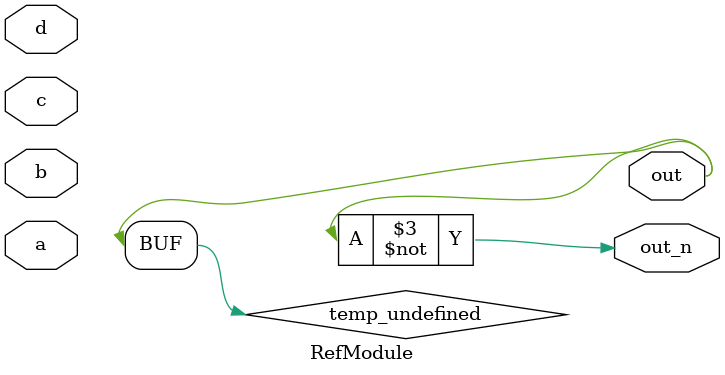
<source format=sv>

module RefModule (
  input a,
  input b,
  input c,
  input d,
  output out,
  output out_n
);

  wire w1, w2;
  assign w1 = a&b;
  assign w2 = c&d;
  assign out = temp_undefined;
  assign out_n = ~out;

endmodule


</source>
